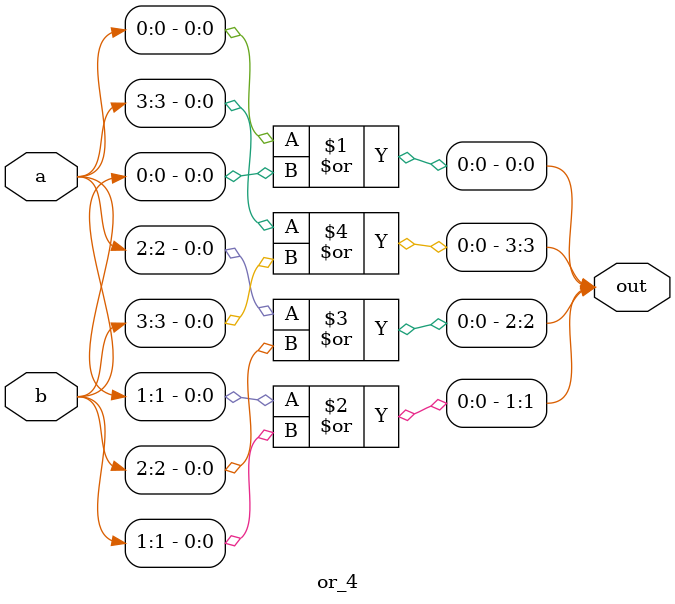
<source format=v>
`timescale 1ns / 1ps


module or_4(out , a , b);
input [3:0] a,b;
output [3:0] out;
wire [3:0] out;
or b1(out[0] , a[0] , b[0]);
or b2(out[1] , a[1] , b[1]);
or b3(out[2] , a[2] , b[2]);
or b4(out[3] , a[3] , b[3]);
endmodule

</source>
